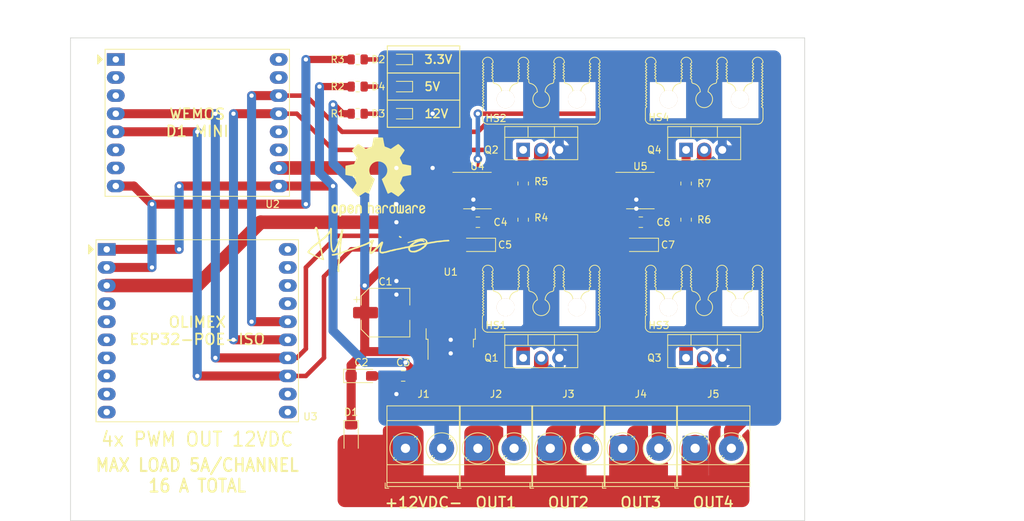
<source format=kicad_pcb>
(kicad_pcb (version 20211014) (generator pcbnew)
  (title_block (title "ESP 6 Relay Module"))
  (layers (0 "F.Cu" signal) (31 "B.Cu" signal) (34 "B.Paste" user) (35 "F.Paste" user) (36 "B.SilkS" user "B.Silkscreen") (37 "F.SilkS" user "F.Silkscreen") (38 "B.Mask" user) (39 "F.Mask" user) (44 "Edge.Cuts" user))
  (net 0 "")
  (net 1 "+12VA")
  (net 2 "GNDREF")
  (net 3 "+5V")
  (net 4 "+12V")
  (net 5 "Net-(D2-Pad2)")
  (net 6 "Net-(D3-Pad2)")
  (net 7 "Net-(D4-Pad2)")
  (net 8 "Net-(J2-Pad2)")
  (net 9 "Net-(J3-Pad2)")
  (net 10 "Net-(J4-Pad2)")
  (net 11 "Net-(J5-Pad2)")
  (net 12 "Net-(Q1-Pad1)")
  (net 13 "Net-(Q2-Pad1)")
  (net 14 "Net-(Q3-Pad1)")
  (net 15 "Net-(Q4-Pad1)")
  (net 16 "+3V3")
  (net 20 "Net-(U2-Pad4)")
  (net 21 "Net-(U2-Pad5)")
  (net 26 "Net-(U2-Pad13)")
  (net 27 "Net-(U2-Pad14)")
  (net 47 "Net-(R4-Pad2)")
  (net 48 "Net-(R5-Pad2)")
  (net 49 "Net-(R6-Pad2)")
  (net 50 "Net-(R7-Pad2)")
  (footprint "Tales:TerminalBlock_Phoenix_MKDS-3-2-5.08_1x02_P5.08mm_Horizontal" (layer "F.Cu") (at 121.92 121.92)
    (fp_text reference "J2" (at 2.54 -7.62) (layer "F.SilkS"))
    (fp_text value "OUT1")
    (pad "1" thru_hole rect (at 0 0) (size 3.5 3.5) (drill 1.3) (layers *.Cu *.Mask) (net 4 "+12V"))
    (pad "2" thru_hole circle (at 5.08 0) (size 3.5 3.5) (drill 1.3) (layers *.Cu *.Mask) (net 8 "Net-(J2-Pad2)"))
  )
  (footprint "Tales:TerminalBlock_Phoenix_MKDS-3-2-5.08_1x02_P5.08mm_Horizontal" (layer "F.Cu") (at 132.08 121.92)
    (fp_text reference "J3" (at 2.54 -7.62) (layer "F.SilkS"))
    (fp_text value "OUT2")
    (pad "1" thru_hole rect (at 0 0) (size 3.5 3.5) (drill 1.3) (layers *.Cu *.Mask) (net 4 "+12V"))
    (pad "2" thru_hole circle (at 5.08 0) (size 3.5 3.5) (drill 1.3) (layers *.Cu *.Mask) (net 9 "Net-(J3-Pad2)"))
  )
  (footprint "Tales:TerminalBlock_Phoenix_MKDS-3-2-5.08_1x02_P5.08mm_Horizontal" (layer "F.Cu") (at 142.235 121.92)
    (fp_text reference "J4" (at 2.54 -7.62) (layer "F.SilkS"))
    (fp_text value "OUT3")
    (pad "1" thru_hole rect (at 0 0) (size 3.5 3.5) (drill 1.3) (layers *.Cu *.Mask) (net 4 "+12V"))
    (pad "2" thru_hole circle (at 5.08 0) (size 3.5 3.5) (drill 1.3) (layers *.Cu *.Mask) (net 10 "Net-(J4-Pad2)"))
  )
  (footprint "Tales:TerminalBlock_Phoenix_MKDS-3-2-5.08_1x02_P5.08mm_Horizontal" (layer "F.Cu") (at 152.4 121.92)
    (fp_text reference "J5" (at 2.54 -7.62) (layer "F.SilkS"))
    (fp_text value "OUT4")
    (pad "1" thru_hole rect (at 0 0) (size 3.5 3.5) (drill 1.3) (layers *.Cu *.Mask) (net 4 "+12V"))
    (pad "2" thru_hole circle (at 5.08 0) (size 3.5 3.5) (drill 1.3) (layers *.Cu *.Mask) (net 11 "Net-(J5-Pad2)"))
  )
  (footprint "Tales:TerminalBlock_Phoenix_MKDS-3-2-5.08_1x02_P5.08mm_Horizontal" (layer "F.Cu") (at 111.76 121.92)
    (fp_text reference "J1" (at 2.54 -7.62) (layer "F.SilkS"))
    (fp_text value "12VDC")
    (pad "1" thru_hole rect (at 0 0) (size 3.5 3.5) (drill 1.3) (layers *.Cu *.Mask) (net 4 "+12V"))
    (pad "2" thru_hole circle (at 5.08 0) (size 3.5 3.5) (drill 1.3) (layers *.Cu *.Mask) (net 2 "GNDREF"))
  )
  (footprint "Tales:Heatsink_16x10x25mm_2xFixationM3" (layer "F.Cu") (at 153.67 72.898)
    (fp_text reference "HS4" (at -6.35 2.54) (layer "F.SilkS"))
    (fp_text value "Heatsink_16x10x25mm_2xFixationM3")
    (pad "" np_thru_hole circle (at 5 0) (size 2.5 2.5) (drill 2.5) (layers *.Cu *.SilkS *.Mask))
    (pad "" np_thru_hole circle (at -5 0.000001) (size 2.5 2.5) (drill 2.5) (layers *.Cu *.SilkS *.Mask))
  )
  (footprint "Tales:Heatsink_16x10x25mm_2xFixationM3" (layer "F.Cu") (at 130.81 102.108)
    (fp_text reference "HS1" (at -6.35 2.54) (layer "F.SilkS"))
    (fp_text value "Heatsink_16x10x25mm_2xFixationM3")
    (pad "" np_thru_hole circle (at -5 0.000001) (size 2.5 2.5) (drill 2.5) (layers *.Cu *.SilkS *.Mask))
    (pad "" np_thru_hole circle (at 5 0) (size 2.5 2.5) (drill 2.5) (layers *.Cu *.SilkS *.Mask))
  )
  (footprint "Tales:Heatsink_16x10x25mm_2xFixationM3" (layer "F.Cu") (at 153.67 102.108)
    (fp_text reference "HS3" (at -6.35 2.54) (layer "F.SilkS"))
    (fp_text value "Heatsink_16x10x25mm_2xFixationM3")
    (pad "" np_thru_hole circle (at 5 0) (size 2.5 2.5) (drill 2.5) (layers *.Cu *.SilkS *.Mask))
    (pad "" np_thru_hole circle (at -5 0.000001) (size 2.5 2.5) (drill 2.5) (layers *.Cu *.SilkS *.Mask))
  )
  (footprint "Tales:Olimex_ESP32-POE_Pads" (layer "F.Cu") (at 69.85 93.98)
    (fp_text reference "U3" (at 28.575 23.495) (layer "F.SilkS"))
    (fp_text value "Olimex_ESP32-POE")
    (pad "1" thru_hole rect locked (at 0 0) (size 2.5 1.75) (drill 0.9) (layers *.Cu *.Mask) (net 3 "+5V"))
    (pad "2" thru_hole oval locked (at 0 2.54) (size 2.5 1.75) (drill 0.9) (layers *.Cu *.Mask) (net 16 "+3V3"))
    (pad "3" thru_hole oval locked (at 0 5.08) (size 2.5 1.75) (drill 0.9) (layers *.Cu *.Mask) (net 2 "GNDREF"))
    (pad "4" thru_hole oval locked (at 0 7.62) (size 2.5 1.75) (drill 0.9) (layers *.Cu *.Mask))
    (pad "5" thru_hole oval locked (at 0 10.16) (size 2.5 1.75) (drill 0.9) (layers *.Cu *.Mask))
    (pad "6" thru_hole oval locked (at 0 12.7) (size 2.5 1.75) (drill 0.9) (layers *.Cu *.Mask))
    (pad "7" thru_hole oval locked (at 0 15.24) (size 2.5 1.75) (drill 0.9) (layers *.Cu *.Mask))
    (pad "8" thru_hole oval locked (at 0 17.78) (size 2.5 1.75) (drill 0.9) (layers *.Cu *.Mask))
    (pad "9" thru_hole oval locked (at 0 20.32) (size 2.5 1.75) (drill 0.9) (layers *.Cu *.Mask))
    (pad "10" thru_hole oval locked (at 0 22.86) (size 2.5 1.75) (drill 0.9) (layers *.Cu *.Mask))
    (pad "11" thru_hole oval locked (at 25.4 22.86) (size 2.5 1.75) (drill 0.9) (layers *.Cu *.Mask))
    (pad "12" thru_hole oval locked (at 25.4 20.32) (size 2.5 1.75) (drill 0.9) (layers *.Cu *.Mask))
    (pad "13" thru_hole oval locked (at 25.4 17.78) (size 2.5 1.75) (drill 0.9) (layers *.Cu *.Mask) (net 21 "Net-(U2-Pad5)"))
    (pad "14" thru_hole oval locked (at 25.4 15.24) (size 2.5 1.75) (drill 0.9) (layers *.Cu *.Mask) (net 20 "Net-(U2-Pad4)"))
    (pad "15" thru_hole oval locked (at 25.4 12.7) (size 2.5 1.75) (drill 0.9) (layers *.Cu *.Mask) (net 26 "Net-(U2-Pad13)"))
    (pad "16" thru_hole oval locked (at 25.4 10.16) (size 2.5 1.75) (drill 0.9) (layers *.Cu *.Mask) (net 27 "Net-(U2-Pad14)"))
    (pad "17" thru_hole oval locked (at 25.4 7.62) (size 2.5 1.75) (drill 0.9) (layers *.Cu *.Mask))
    (pad "18" thru_hole oval locked (at 25.4 5.08) (size 2.5 1.75) (drill 0.9) (layers *.Cu *.Mask))
    (pad "19" thru_hole oval locked (at 25.4 2.54) (size 2.5 1.75) (drill 0.9) (layers *.Cu *.Mask))
    (pad "20" thru_hole oval locked (at 25.4 0) (size 2.5 1.75) (drill 0.9) (layers *.Cu *.Mask))
  )
  (footprint "Tales:WEMOS_D1_mini_light_pads" (layer "F.Cu") (at 71.12 67.31)
    (fp_text reference "U2" (at 22 20.32) (layer "F.SilkS"))
    (fp_text value "WeMos_D1_mini")
    (pad "1" thru_hole rect (at 0 0) (size 2.5 1.75) (drill 0.9) (layers *.Cu *.Mask))
    (pad "2" thru_hole oval (at 0 2.54) (size 2.5 1.75) (drill 0.9) (layers *.Cu *.Mask))
    (pad "3" thru_hole oval (at 0 5.08) (size 2.5 1.75) (drill 0.9) (layers *.Cu *.Mask))
    (pad "4" thru_hole oval (at 0 7.62) (size 2.5 1.75) (drill 0.9) (layers *.Cu *.Mask) (net 20 "Net-(U2-Pad4)"))
    (pad "5" thru_hole oval (at 0 10.16) (size 2.5 1.75) (drill 0.9) (layers *.Cu *.Mask) (net 21 "Net-(U2-Pad5)"))
    (pad "6" thru_hole oval (at 0 12.7) (size 2.5 1.75) (drill 0.9) (layers *.Cu *.Mask))
    (pad "7" thru_hole oval (at 0 15.24) (size 2.5 1.75) (drill 0.9) (layers *.Cu *.Mask))
    (pad "8" thru_hole oval (at 0 17.78) (size 2.5 1.75) (drill 0.9) (layers *.Cu *.Mask) (net 16 "+3V3"))
    (pad "9" thru_hole oval (at 22.86 17.78) (size 2.5 1.75) (drill 0.9) (layers *.Cu *.Mask) (net 3 "+5V"))
    (pad "10" thru_hole oval (at 22.86 15.24) (size 2.5 1.75) (drill 0.9) (layers *.Cu *.Mask) (net 2 "GNDREF"))
    (pad "11" thru_hole oval (at 22.86 12.7) (size 2.5 1.75) (drill 0.9) (layers *.Cu *.Mask))
    (pad "12" thru_hole oval (at 22.86 10.16) (size 2.5 1.75) (drill 0.9) (layers *.Cu *.Mask))
    (pad "13" thru_hole oval (at 22.86 7.62) (size 2.5 1.75) (drill 0.9) (layers *.Cu *.Mask) (net 26 "Net-(U2-Pad13)"))
    (pad "14" thru_hole oval (at 22.86 5.08) (size 2.5 1.75) (drill 0.9) (layers *.Cu *.Mask) (net 27 "Net-(U2-Pad14)"))
    (pad "15" thru_hole oval (at 22.86 2.54) (size 2.5 1.75) (drill 0.9) (layers *.Cu *.Mask))
    (pad "16" thru_hole oval (at 22.86 0) (size 2.5 1.75) (drill 0.9) (layers *.Cu *.Mask))
  )
  (footprint "Tales:CP_Elec_6.3x5.4" (layer "F.Cu") (at 108.96 102.87)
    (fp_text reference "C1" (at 0 -4.35) (layer "F.SilkS"))
    (fp_text value "47uF/35V/6,3x5,4")
    (pad "1" smd roundrect (at -2.8 0) (size 3.5 1.6) (layers "F.Cu" "F.Paste" "F.Mask") (roundrect_rratio 0.15625) (net 1 "+12VA"))
    (pad "2" smd roundrect (at 2.8 0) (size 3.5 1.6) (layers "F.Cu" "F.Paste" "F.Mask") (roundrect_rratio 0.15625) (net 2 "GNDREF"))
  )
  (footprint "Tales:CP_EIA-3216-18_Kemet-A_Pad1.58x1.35mm_HandSolder" (layer "F.Cu") (at 121.92 93.345 180)
    (fp_text reference "C5" (at -3.81 0) (layer "F.SilkS"))
    (fp_text value "1uF 35V")
    (pad "1" smd roundrect locked (at -1.4375 0 180) (size 1.575 1.35) (layers "F.Cu" "F.Paste" "F.Mask") (roundrect_rratio 0.185185) (net 1 "+12VA"))
    (pad "2" smd roundrect locked (at 1.4375 0 180) (size 1.575 1.35) (layers "F.Cu" "F.Paste" "F.Mask") (roundrect_rratio 0.185185) (net 2 "GNDREF"))
  )
  (footprint "Package_TO_SOT_THT:TO-220-3_Vertical" (layer "F.Cu") (at 128.27 109.22)
    (fp_text reference "Q1" (at -4.445 0) (layer "F.SilkS"))
    (fp_text value "IRLB8721PBF")
    (pad "1" thru_hole rect (at 0 0) (size 1.905 2) (drill 1.1) (layers *.Cu *.Mask) (net 12 "Net-(Q1-Pad1)"))
    (pad "2" thru_hole oval (at 2.54 0) (size 1.905 2) (drill 1.1) (layers *.Cu *.Mask) (net 8 "Net-(J2-Pad2)"))
    (pad "3" thru_hole oval (at 5.08 0) (size 1.905 2) (drill 1.1) (layers *.Cu *.Mask) (net 2 "GNDREF"))
  )
  (footprint "Package_TO_SOT_THT:TO-220-3_Vertical" (layer "F.Cu") (at 128.27 80.01)
    (fp_text reference "Q2" (at -4.445 0) (layer "F.SilkS"))
    (fp_text value "IRLB8721PBF")
    (pad "1" thru_hole rect (at 0 0) (size 1.905 2) (drill 1.1) (layers *.Cu *.Mask) (net 13 "Net-(Q2-Pad1)"))
    (pad "2" thru_hole oval (at 2.54 0) (size 1.905 2) (drill 1.1) (layers *.Cu *.Mask) (net 9 "Net-(J3-Pad2)"))
    (pad "3" thru_hole oval (at 5.08 0) (size 1.905 2) (drill 1.1) (layers *.Cu *.Mask) (net 2 "GNDREF"))
  )
  (footprint "Package_TO_SOT_THT:TO-220-3_Vertical" (layer "F.Cu") (at 151.13 109.22)
    (fp_text reference "Q3" (at -4.445 0) (layer "F.SilkS"))
    (fp_text value "IRLB8721PBF")
    (pad "1" thru_hole rect (at 0 0) (size 1.905 2) (drill 1.1) (layers *.Cu *.Mask) (net 14 "Net-(Q3-Pad1)"))
    (pad "2" thru_hole oval (at 2.54 0) (size 1.905 2) (drill 1.1) (layers *.Cu *.Mask) (net 10 "Net-(J4-Pad2)"))
    (pad "3" thru_hole oval (at 5.08 0) (size 1.905 2) (drill 1.1) (layers *.Cu *.Mask) (net 2 "GNDREF"))
  )
  (footprint "Package_TO_SOT_THT:TO-220-3_Vertical" (layer "F.Cu") (at 151.13 80.01)
    (fp_text reference "Q4" (at -4.445 0) (layer "F.SilkS"))
    (fp_text value "IRLB8721PBF")
    (pad "1" thru_hole rect (at 0 0) (size 1.905 2) (drill 1.1) (layers *.Cu *.Mask) (net 15 "Net-(Q4-Pad1)"))
    (pad "2" thru_hole oval (at 2.54 0) (size 1.905 2) (drill 1.1) (layers *.Cu *.Mask) (net 11 "Net-(J5-Pad2)"))
    (pad "3" thru_hole oval (at 5.08 0) (size 1.905 2) (drill 1.1) (layers *.Cu *.Mask) (net 2 "GNDREF"))
  )
  (footprint "Package_SO:SOIC-8_3.9x4.9mm_P1.27mm" (layer "F.Cu") (at 121.855 85.725)
    (fp_text reference "U4" (at 0 -3.4) (layer "F.SilkS"))
    (fp_text value "IR4427")
    (pad "1" smd roundrect (at -2.475 -1.905) (size 1.95 0.6) (layers "F.Cu" "F.Paste" "F.Mask"))
    (pad "2" smd roundrect (at -2.475 -0.635) (size 1.95 0.6) (layers "F.Cu" "F.Paste" "F.Mask") (net 20 "Net-(U2-Pad4)"))
    (pad "3" smd roundrect (at -2.475 0.635) (size 1.95 0.6) (layers "F.Cu" "F.Paste" "F.Mask") (net 2 "GNDREF"))
    (pad "4" smd roundrect (at -2.475 1.905) (size 1.95 0.6) (layers "F.Cu" "F.Paste" "F.Mask") (net 21 "Net-(U2-Pad5)"))
    (pad "5" smd roundrect (at 2.475 1.905) (size 1.95 0.6) (layers "F.Cu" "F.Paste" "F.Mask") (net 47 "Net-(R4-Pad2)"))
    (pad "6" smd roundrect (at 2.475 0.635) (size 1.95 0.6) (layers "F.Cu" "F.Paste" "F.Mask") (net 1 "+12VA"))
    (pad "7" smd roundrect (at 2.475 -0.635) (size 1.95 0.6) (layers "F.Cu" "F.Paste" "F.Mask") (net 48 "Net-(R5-Pad2)"))
    (pad "8" smd roundrect (at 2.475 -1.905) (size 1.95 0.6) (layers "F.Cu" "F.Paste" "F.Mask"))
  )
  (footprint "Package_SO:SOIC-8_3.9x4.9mm_P1.27mm" (layer "F.Cu") (at 144.715 85.725)
    (fp_text reference "U5" (at 0 -3.4) (layer "F.SilkS"))
    (fp_text value "IR4427")
    (pad "1" smd roundrect (at -2.475 -1.905) (size 1.95 0.6) (layers "F.Cu" "F.Paste" "F.Mask"))
    (pad "2" smd roundrect (at -2.475 -0.635) (size 1.95 0.6) (layers "F.Cu" "F.Paste" "F.Mask") (net 27 "Net-(U2-Pad14)"))
    (pad "3" smd roundrect (at -2.475 0.635) (size 1.95 0.6) (layers "F.Cu" "F.Paste" "F.Mask") (net 2 "GNDREF"))
    (pad "4" smd roundrect (at -2.475 1.905) (size 1.95 0.6) (layers "F.Cu" "F.Paste" "F.Mask") (net 26 "Net-(U2-Pad13)"))
    (pad "5" smd roundrect (at 2.475 1.905) (size 1.95 0.6) (layers "F.Cu" "F.Paste" "F.Mask") (net 49 "Net-(R6-Pad2)"))
    (pad "6" smd roundrect (at 2.475 0.635) (size 1.95 0.6) (layers "F.Cu" "F.Paste" "F.Mask") (net 1 "+12VA"))
    (pad "7" smd roundrect (at 2.475 -0.635) (size 1.95 0.6) (layers "F.Cu" "F.Paste" "F.Mask") (net 50 "Net-(R7-Pad2)"))
    (pad "8" smd roundrect (at 2.475 -1.905) (size 1.95 0.6) (layers "F.Cu" "F.Paste" "F.Mask"))
  )
  (footprint "Tales:Heatsink_16x10x25mm_2xFixationM3" (layer "F.Cu") (at 130.81 72.898)
    (fp_text reference "HS2" (at -6.35 2.667) (layer "F.SilkS"))
    (fp_text value "Heatsink_16x10x25mm_2xFixationM3")
    (pad "" np_thru_hole circle (at -5 0.000001) (size 2.5 2.5) (drill 2.5) (layers *.Cu *.SilkS *.Mask))
    (pad "" np_thru_hole circle (at 5 0) (size 2.5 2.5) (drill 2.5) (layers *.Cu *.SilkS *.Mask))
  )
  (footprint "Tales:TO-252-2" (layer "F.Cu") (at 118.11 104.14 90)
    (fp_text reference "U1" (at 6.985 0 180) (layer "F.SilkS"))
    (fp_text value "L78M05")
    (pad "1" smd rect locked (at -4.2 -2.28 90) (size 2.2 1.6) (layers "F.Cu" "F.Paste" "F.Mask") (net 1 "+12VA"))
    (pad "2" smd rect locked (at 2.1 0 90) (size 6.4 5.8) (layers "F.Cu" "F.Mask") (net 2 "GNDREF"))
    (pad "3" smd rect locked (at -4.2 2.28 90) (size 2.2 1.6) (layers "F.Cu" "F.Paste" "F.Mask") (net 3 "+5V"))
  )
  (footprint "Tales:CP_EIA-3216-18_Kemet-A_Pad1.58x1.35mm_HandSolder" (layer "F.Cu") (at 144.78 93.345 180)
    (fp_text reference "C7" (at -3.81 0) (layer "F.SilkS"))
    (fp_text value "1uF 35V")
    (pad "1" smd roundrect locked (at -1.4375 0 180) (size 1.575 1.35) (layers "F.Cu" "F.Paste" "F.Mask") (roundrect_rratio 0.185185) (net 1 "+12VA"))
    (pad "2" smd roundrect locked (at 1.4375 0 180) (size 1.575 1.35) (layers "F.Cu" "F.Paste" "F.Mask") (roundrect_rratio 0.185185) (net 2 "GNDREF"))
  )
  (footprint "Tales:CP_EIA-3216-18_Kemet-A_Pad1.58x1.35mm_HandSolder" (layer "F.Cu") (at 105.5775 111.76)
    (fp_text reference "C2" (at 0 -1.905) (layer "F.SilkS"))
    (fp_text value "0,33uF/35V")
    (pad "1" smd roundrect locked (at -1.4375 0) (size 1.575 1.35) (layers "F.Cu" "F.Paste" "F.Mask") (roundrect_rratio 0.185185) (net 1 "+12VA"))
    (pad "2" smd roundrect locked (at 1.4375 0) (size 1.575 1.35) (layers "F.Cu" "F.Paste" "F.Mask") (roundrect_rratio 0.185185) (net 2 "GNDREF"))
  )
  (footprint "Tales:R_0805_2012Metric" (layer "F.Cu") (at 105.0525 74.93)
    (fp_text reference "R1" (at -2.8175 0) (layer "F.SilkS"))
    (fp_text value "2k2/0,125W/0805")
    (pad "1" smd roundrect locked (at -0.9125 0) (size 1.025 1.4) (layers "F.Cu" "F.Paste" "F.Mask") (roundrect_rratio 0.243902) (net 1 "+12VA"))
    (pad "2" smd roundrect locked (at 0.9125 0) (size 1.025 1.4) (layers "F.Cu" "F.Paste" "F.Mask") (roundrect_rratio 0.243902) (net 6 "Net-(D3-Pad2)"))
  )
  (footprint "Tales:R_0805_2012Metric" (layer "F.Cu") (at 105.0525 71.12)
    (fp_text reference "R2" (at -2.8175 0) (layer "F.SilkS"))
    (fp_text value "680R/0,125W/0805")
    (pad "1" smd roundrect locked (at -0.9125 0) (size 1.025 1.4) (layers "F.Cu" "F.Paste" "F.Mask") (roundrect_rratio 0.243902) (net 3 "+5V"))
    (pad "2" smd roundrect locked (at 0.9125 0) (size 1.025 1.4) (layers "F.Cu" "F.Paste" "F.Mask") (roundrect_rratio 0.243902) (net 7 "Net-(D4-Pad2)"))
  )
  (footprint "Tales:R_0805_2012Metric" (layer "F.Cu") (at 105.0525 67.31)
    (fp_text reference "R3" (at -2.8175 0) (layer "F.SilkS"))
    (fp_text value "270R/0,125W/0805")
    (pad "1" smd roundrect locked (at -0.9125 0) (size 1.025 1.4) (layers "F.Cu" "F.Paste" "F.Mask") (roundrect_rratio 0.243902) (net 16 "+3V3"))
    (pad "2" smd roundrect locked (at 0.9125 0) (size 1.025 1.4) (layers "F.Cu" "F.Paste" "F.Mask") (roundrect_rratio 0.243902) (net 5 "Net-(D2-Pad2)"))
  )
  (footprint "Tales:LED_0603_1608Metric" (layer "F.Cu") (at 111.2775 67.31 180)
    (fp_text reference "D2" (at 3.3275 0) (layer "F.SilkS"))
    (fp_text value "GREEN/0603")
    (pad "1" smd roundrect locked (at -0.7875 0 180) (size 0.875 0.95) (layers "F.Cu" "F.Paste" "F.Mask") (net 2 "GNDREF"))
    (pad "2" smd roundrect locked (at 0.7875 0 180) (size 0.875 0.95) (layers "F.Cu" "F.Paste" "F.Mask") (net 5 "Net-(D2-Pad2)"))
  )
  (footprint "Tales:LED_0603_1608Metric" (layer "F.Cu") (at 111.2775 74.93 180)
    (fp_text reference "D3" (at 3.3275 0) (layer "F.SilkS"))
    (fp_text value "GREEN/0603")
    (pad "1" smd roundrect locked (at -0.7875 0 180) (size 0.875 0.95) (layers "F.Cu" "F.Paste" "F.Mask") (net 2 "GNDREF"))
    (pad "2" smd roundrect locked (at 0.7875 0 180) (size 0.875 0.95) (layers "F.Cu" "F.Paste" "F.Mask") (net 6 "Net-(D3-Pad2)"))
  )
  (footprint "Tales:LED_0603_1608Metric" (layer "F.Cu") (at 111.2775 71.12 180)
    (fp_text reference "D4" (at 3.3275 0) (layer "F.SilkS"))
    (fp_text value "GREEN/0603")
    (pad "1" smd roundrect locked (at -0.7875 0 180) (size 0.875 0.95) (layers "F.Cu" "F.Paste" "F.Mask") (net 2 "GNDREF"))
    (pad "2" smd roundrect locked (at 0.7875 0 180) (size 0.875 0.95) (layers "F.Cu" "F.Paste" "F.Mask") (net 7 "Net-(D4-Pad2)"))
  )
  (footprint "Tales:D_SOD-123" (layer "F.Cu") (at 104.14 120.27 -90)
    (fp_text reference "D1" (at -3.43 0 180) (layer "F.SilkS"))
    (fp_text value "SM4007PL/SOD-123")
    (pad "1" smd roundrect locked (at -1.65 0 270) (size 1.3 1.75) (layers "F.Cu" "F.Paste" "F.Mask") (net 1 "+12VA"))
    (pad "2" smd roundrect locked (at 1.65 0 270) (size 1.3 1.75) (layers "F.Cu" "F.Paste" "F.Mask") (net 4 "+12V"))
  )
  (footprint "Tales:R_0805_2012Metric" (layer "F.Cu") (at 128.27 89.8125 90)
    (fp_text reference "R4" (at 0.2775 2.54 180) (layer "F.SilkS"))
    (fp_text value "22R/0,125W/0805")
    (pad "1" smd roundrect locked (at -0.9125 0 90) (size 1.025 1.4) (layers "F.Cu" "F.Paste" "F.Mask") (roundrect_rratio 0.243902) (net 12 "Net-(Q1-Pad1)"))
    (pad "2" smd roundrect locked (at 0.9125 0 90) (size 1.025 1.4) (layers "F.Cu" "F.Paste" "F.Mask") (roundrect_rratio 0.243902) (net 47 "Net-(R4-Pad2)"))
  )
  (footprint "Tales:R_0805_2012Metric" (layer "F.Cu") (at 151.13 89.8125 90)
    (fp_text reference "R6" (at 0 2.54 180) (layer "F.SilkS"))
    (fp_text value "22R/0,125W/0805")
    (pad "1" smd roundrect locked (at -0.9125 0 90) (size 1.025 1.4) (layers "F.Cu" "F.Paste" "F.Mask") (roundrect_rratio 0.243902) (net 14 "Net-(Q3-Pad1)"))
    (pad "2" smd roundrect locked (at 0.9125 0 90) (size 1.025 1.4) (layers "F.Cu" "F.Paste" "F.Mask") (roundrect_rratio 0.243902) (net 49 "Net-(R6-Pad2)"))
  )
  (footprint "Tales:R_0805_2012Metric" (layer "F.Cu") (at 128.27 84.7325 -90)
    (fp_text reference "R5" (at -0.2775 -2.54 180) (layer "F.SilkS"))
    (fp_text value "22R/0,125W/0805")
    (pad "1" smd roundrect locked (at -0.9125 0 270) (size 1.025 1.4) (layers "F.Cu" "F.Paste" "F.Mask") (roundrect_rratio 0.243902) (net 13 "Net-(Q2-Pad1)"))
    (pad "2" smd roundrect locked (at 0.9125 0 270) (size 1.025 1.4) (layers "F.Cu" "F.Paste" "F.Mask") (roundrect_rratio 0.243902) (net 48 "Net-(R5-Pad2)"))
  )
  (footprint "Tales:R_0805_2012Metric" (layer "F.Cu") (at 151.13 84.7325 -90)
    (fp_text reference "R7" (at 0 -2.54 180) (layer "F.SilkS"))
    (fp_text value "22R/0,125W/0805")
    (pad "1" smd roundrect locked (at -0.9125 0 270) (size 1.025 1.4) (layers "F.Cu" "F.Paste" "F.Mask") (roundrect_rratio 0.243902) (net 15 "Net-(Q4-Pad1)"))
    (pad "2" smd roundrect locked (at 0.9125 0 270) (size 1.025 1.4) (layers "F.Cu" "F.Paste" "F.Mask") (roundrect_rratio 0.243902) (net 50 "Net-(R7-Pad2)"))
  )
  (footprint "Tales:C_0805_2012Metric" (layer "F.Cu") (at 121.92 90.17 180)
    (fp_text reference "C4" (at -3.175 0) (layer "F.SilkS"))
    (fp_text value "0,1uF/50V/0805")
    (pad "1" smd roundrect locked (at -0.95 0 180) (size 1 1.45) (layers "F.Cu" "F.Paste" "F.Mask") (net 1 "+12VA"))
    (pad "2" smd roundrect locked (at 0.95 0 180) (size 1 1.45) (layers "F.Cu" "F.Paste" "F.Mask") (net 2 "GNDREF"))
  )
  (footprint "Tales:C_0805_2012Metric" (layer "F.Cu") (at 144.78 90.17 180)
    (fp_text reference "C6" (at -3.175 0) (layer "F.SilkS"))
    (fp_text value "0,1uF/50V/0805")
    (pad "1" smd roundrect locked (at -0.95 0 180) (size 1 1.45) (layers "F.Cu" "F.Paste" "F.Mask") (net 1 "+12VA"))
    (pad "2" smd roundrect locked (at 0.95 0 180) (size 1 1.45) (layers "F.Cu" "F.Paste" "F.Mask") (net 2 "GNDREF"))
  )
  (footprint "Tales:C_0805_2012Metric" (layer "F.Cu") (at 111.44 111.76 180)
    (fp_text reference "C3" (at 0 1.905) (layer "F.SilkS"))
    (fp_text value "0,1uF/50V/0805")
    (pad "1" smd roundrect locked (at -0.95 0 180) (size 1 1.45) (layers "F.Cu" "F.Paste" "F.Mask") (net 3 "+5V"))
    (pad "2" smd roundrect locked (at 0.95 0 180) (size 1 1.45) (layers "F.Cu" "F.Paste" "F.Mask") (net 2 "GNDREF"))
  )
  (footprint "Symbol:OSHW-Logo2_14.6x12mm_SilkScreen" (layer "F.Cu") (at 107.95 83.82)
    (fp_text reference "REF**" hide)
    (fp_text value "OSHW-Logo2_14.6x12mm_SilkScreen" hide)
  )
  (footprint "Tales:TMaschio_20x6.4mm" (layer "F.Cu") (at 107.95 93.98)
    (fp_text reference "" hide)
    (fp_text value "" hide)
  )
  (gr_line (start 109.22 69.215) (end 119.38 69.215) (layer "F.SilkS") (width 0.15))
  (gr_line (start 119.38 76.835) (end 119.38 65.405) (layer "F.SilkS") (width 0.15))
  (gr_line (start 109.22 76.835) (end 119.38 76.835) (layer "F.SilkS") (width 0.15))
  (gr_line (start 119.38 65.405) (end 109.22 65.405) (layer "F.SilkS") (width 0.15))
  (gr_line (start 109.22 73.025) (end 119.38 73.025) (layer "F.SilkS") (width 0.15))
  (gr_line (start 109.22 65.405) (end 109.22 76.835) (layer "F.SilkS") (width 0.15))
  (gr_line (start 64.77 132.08) (end 167.77 132.08) (layer "Edge.Cuts") (width 0.1))
  (gr_line (start 167.77 64.28) (end 64.77 64.28) (layer "Edge.Cuts") (width 0.1))
  (gr_line (start 167.77 132.08) (end 167.77 64.28) (layer "Edge.Cuts") (width 0.1))
  (gr_line (start 64.77 64.28) (end 64.77 132.08) (layer "Edge.Cuts") (width 0.1))
  (gr_text "OUT2" (at 134.62 129.54) (layer "F.SilkS") (effects (font (size 1.5 1.5) (thickness 0.25))))
  (gr_text "OUT1" (at 124.46 129.54) (layer "F.SilkS") (effects (font (size 1.5 1.5) (thickness 0.25))))
  (gr_text "OUT3" (at 144.78 129.54) (layer "F.SilkS") (effects (font (size 1.5 1.5) (thickness 0.25))))
  (gr_text "OUT4" (at 154.94 129.54) (layer "F.SilkS") (effects (font (size 1.5 1.5) (thickness 0.25))))
  (gr_text "+12VDC-" (at 114.3 129.54) (layer "F.SilkS") (effects (font (size 1.5 1.5) (thickness 0.25))))
  (gr_text "4x PWM OUT 12VDC" (at 82.55 120.65) (layer "F.SilkS") (effects (font (size 2 1.8) (thickness 0.25))))
  (gr_text "12V" (at 114.3 74.93) (layer "F.SilkS") (effects (font (size 1.2 1.2) (thickness 0.2)) (justify left)))
  (gr_text "5V" (at 114.3 71.12) (layer "F.SilkS") (effects (font (size 1.2 1.2) (thickness 0.2)) (justify left)))
  (gr_text "3.3V" (at 114.3 67.31) (layer "F.SilkS") (effects (font (size 1.2 1.2) (thickness 0.2)) (justify left)))
  (gr_text "WEMOS\nD1 MINI" (at 82.55 76.2) (layer "F.SilkS") (effects (font (size 1.5 1.5) (thickness 0.25))))
  (gr_text "OLIMEX\nESP32-POE-ISO" (at 82.55 105.41) (layer "F.SilkS") (effects (font (size 1.5 1.5) (thickness 0.25))))
  (gr_text "MAX LOAD 5A/CHANNEL\n16 A TOTAL" (at 82.55 125.73) (layer "F.SilkS") (effects (font (size 1.8 1.6) (thickness 0.3))))
  (segment (start 106.045 99.06) (end 106.045 102.755) (width 1.27) (layer "F.Cu") (net 1))
  (segment (start 121.92 74.93) (end 140.97 74.93) (width 0.635) (layer "F.Cu") (net 1))
  (segment (start 145.73 90.17) (end 145.73 91.755) (width 0.635) (layer "F.Cu") (net 1))
  (segment (start 121.92 85.725) (end 121.92 81.28) (width 0.635) (layer "F.Cu") (net 1))
  (segment (start 122.87 90.17) (end 122.87 88.58) (width 0.635) (layer "F.Cu") (net 1))
  (segment (start 122.87 88.58) (end 122.555 88.265) (width 0.635) (layer "F.Cu") (net 1))
  (segment (start 144.78 82.55) (end 144.78 85.725) (width 0.635) (layer "F.Cu") (net 1))
  (segment (start 140.97 74.93) (end 142.24 76.2) (width 0.635) (layer "F.Cu") (net 1))
  (segment (start 142.24 80.01) (end 144.78 82.55) (width 0.635) (layer "F.Cu") (net 1))
  (segment (start 104.14 110.245) (end 106.045 108.34) (width 1.27) (layer "F.Cu") (net 1))
  (segment (start 106.045 108.34) (end 115.83 108.34) (width 1.27) (layer "F.Cu") (net 1))
  (segment (start 145.73 91.755) (end 146.2175 92.2425) (width 0.635) (layer "F.Cu") (net 1))
  (segment (start 106.045 108.34) (end 106.045 102.985) (width 1.27) (layer "F.Cu") (net 1))
  (segment (start 121.92 85.725) (end 122.555 86.36) (width 0.635) (layer "F.Cu") (net 1))
  (segment (start 104.14 111.76) (end 104.14 118.62) (width 1.27) (layer "F.Cu") (net 1))
  (segment (start 145.415 88.265) (end 145.415 86.36) (width 0.635) (layer "F.Cu") (net 1))
  (segment (start 106.045 102.985) (end 106.16 102.87) (width 1.27) (layer "F.Cu") (net 1))
  (segment (start 122.555 88.265) (end 122.555 86.36) (width 0.635) (layer "F.Cu") (net 1))
  (segment (start 123.3575 92.2425) (end 123.3575 93.345) (width 0.635) (layer "F.Cu") (net 1))
  (segment (start 101.6 73.66) (end 102.87 74.93) (width 1.016) (layer "F.Cu") (net 1))
  (segment (start 102.87 74.93) (end 104.14 74.93) (width 1.016) (layer "F.Cu") (net 1))
  (segment (start 106.045 102.755) (end 106.16 102.87) (width 1.27) (layer "F.Cu") (net 1))
  (segment (start 123.3575 94.4475) (end 123.3575 93.345) (width 1.27) (layer "F.Cu") (net 1))
  (segment (start 106.045 99.06) (end 109.22 95.885) (width 1.27) (layer "F.Cu") (net 1))
  (segment (start 146.2175 92.2425) (end 146.2175 93.345) (width 0.635) (layer "F.Cu") (net 1))
  (segment (start 104.14 111.76) (end 104.14 110.245) (width 1.27) (layer "F.Cu") (net 1))
  (segment (start 122.87 91.755) (end 123.3575 92.2425) (width 0.635) (layer "F.Cu") (net 1))
  (segment (start 142.24 76.2) (end 142.24 80.01) (width 0.635) (layer "F.Cu") (net 1))
  (segment (start 121.92 95.885) (end 123.3575 94.4475) (width 1.27) (layer "F.Cu") (net 1))
  (segment (start 145.415 86.36) (end 147.255 86.36) (width 0.635) (layer "F.Cu") (net 1))
  (segment (start 144.78 85.725) (end 145.415 86.36) (width 0.635) (layer "F.Cu") (net 1))
  (segment (start 122.87 90.17) (end 122.87 91.755) (width 0.635) (layer "F.Cu") (net 1))
  (segment (start 145.73 88.58) (end 145.415 88.265) (width 0.635) (layer "F.Cu") (net 1))
  (segment (start 145.73 90.17) (end 145.73 88.58) (width 0.635) (layer "F.Cu") (net 1))
  (segment (start 122.555 86.36) (end 124.33 86.36) (width 0.635) (layer "F.Cu") (net 1))
  (segment (start 109.22 95.885) (end 121.92 95.885) (width 1.27) (layer "F.Cu") (net 1))
  (via (at 121.92 74.93) (size 1.2) (drill 0.6) (layers "F.Cu" "B.Cu") (net 1))
  (via (at 121.92 81.28) (size 1.2) (drill 0.6) (layers "F.Cu" "B.Cu") (net 1))
  (via (at 101.6 73.66) (size 1.2) (drill 0.6) (layers "F.Cu" "B.Cu") (net 1))
  (via (at 106.045 99.06) (size 1.2) (drill 0.6) (layers "F.Cu" "B.Cu") (net 1))
  (segment (start 106.045 99.06) (end 106.045 86.36) (width 1.27) (layer "B.Cu") (net 1))
  (segment (start 121.92 74.93) (end 121.92 81.28) (width 0.635) (layer "B.Cu") (net 1))
  (segment (start 106.045 86.36) (end 101.6 81.915) (width 1.27) (layer "B.Cu") (net 1))
  (segment (start 101.6 81.915) (end 101.6 73.66) (width 1.27) (layer "B.Cu") (net 1))
  (segment (start 110.49 90.17) (end 91.44 90.17) (width 1.905) (layer "F.Cu") (net 2))
  (segment (start 144.145 88.265) (end 144.145 86.995) (width 1.27) (layer "F.Cu") (net 2))
  (segment (start 121.285 88.265) (end 121.285 86.995) (width 1.27) (layer "F.Cu") (net 2))
  (segment (start 121.285 86.995) (end 120.65 86.36) (width 0.635) (layer "F.Cu") (net 2))
  (segment (start 120.65 86.36) (end 119.38 86.36) (width 0.635) (layer "F.Cu") (net 2))
  (segment (start 91.44 90.17) (end 82.55 99.06) (width 1.905) (layer "F.Cu") (net 2))
  (segment (start 117.28 102.87) (end 118.11 102.04) (width 2.032) (layer "F.Cu") (net 2))
  (segment (start 110.49 114.3) (end 110.49 111.76) (width 1.016) (layer "F.Cu") (net 2))
  (segment (start 120.97 90.17) (end 120.97 91.755) (width 0.635) (layer "F.Cu") (net 2))
  (segment (start 143.83 91.755) (end 143.3425 92.2425) (width 0.635) (layer "F.Cu") (net 2))
  (segment (start 143.83 90.17) (end 143.83 91.755) (width 0.635) (layer "F.Cu") (net 2))
  (segment (start 144.145 86.995) (end 143.51 86.36) (width 0.635) (layer "F.Cu") (net 2))
  (segment (start 120.4825 92.2425) (end 120.4825 93.345) (width 0.635) (layer "F.Cu") (net 2))
  (segment (start 111.39 102.5) (end 110.49 101.6) (width 1.905) (layer "F.Cu") (net 2))
  (segment (start 112.065 71.12) (end 112.065 67.31) (width 0.635) (layer "F.Cu") (net 2))
  (segment (start 121.285 88.265) (end 121.285 89.855) (width 0.635) (layer "F.Cu") (net 2))
  (segment (start 110.49 90.17) (end 110.49 87.63) (width 1.905) (layer "F.Cu") (net 2))
  (segment (start 110.49 111.76) (end 107.015 111.76) (width 1.016) (layer "F.Cu") (net 2))
  (segment (start 118.11 108.585) (end 118.11 102.04) (width 2.032) (layer "F.Cu") (net 2))
  (segment (start 111.39 102.87) (end 111.39 102.5) (width 1.905) (layer "F.Cu") (net 2))
  (segment (start 121.285 89.855) (end 120.97 90.17) (width 0.635) (layer "F.Cu") (net 2))
  (segment (start 111.39 102.87) (end 117.28 102.87) (width 2.032) (layer "F.Cu") (net 2))
  (segment (start 143.51 86.36) (end 142.305 86.36) (width 0.635) (layer "F.Cu") (net 2))
  (segment (start 110.49 82.55) (end 115.57 82.55) (width 1.905) (layer "F.Cu") (net 2))
  (segment (start 112.065 74.93) (end 112.065 71.12) (width 0.635) (layer "F.Cu") (net 2))
  (segment (start 115.57 74.93) (end 112.065 74.93) (width 0.635) (layer "F.Cu") (net 2))
  (segment (start 82.55 99.06) (end 69.85 99.06) (width 1.905) (layer "F.Cu") (net 2))
  (segment (start 144.145 89.855) (end 143.83 90.17) (width 0.635) (layer "F.Cu") (net 2))
  (segment (start 143.3425 92.2425) (end 143.3425 93.345) (width 0.635) (layer "F.Cu") (net 2))
  (segment (start 144.145 88.265) (end 144.145 89.855) (width 0.635) (layer "F.Cu") (net 2))
  (segment (start 93.98 82.55) (end 110.49 82.55) (width 1.905) (layer "F.Cu") (net 2))
  (segment (start 110.49 101.6) (end 110.49 98.425) (width 1.905) (layer "F.Cu") (net 2))
  (segment (start 120.97 91.755) (end 120.4825 92.2425) (width 0.635) (layer "F.Cu") (net 2))
  (via (at 144.145 86.995) (size 1.2) (drill 0.6) (layers "F.Cu" "B.Cu") (net 2))
  (via (at 118.11 108.585) (size 1.2) (drill 0.6) (layers "F.Cu" "B.Cu") (net 2))
  (via (at 110.49 87.63) (size 1.2) (drill 0.6) (layers "F.Cu" "B.Cu") (net 2))
  (via (at 121.285 86.995) (size 1.2) (drill 0.6) (layers "F.Cu" "B.Cu") (net 2))
  (via (at 110.49 98.425) (size 1.2) (drill 0.6) (layers "F.Cu" "B.Cu") (net 2))
  (via (at 110.49 82.55) (size 1.2) (drill 0.6) (layers "F.Cu" "B.Cu") (net 2))
  (via (at 110.49 90.17) (size 1.2) (drill 0.6) (layers "F.Cu" "B.Cu") (net 2))
  (via (at 110.49 100.33) (size 1.2) (drill 0.6) (layers "F.Cu" "B.Cu") (net 2))
  (via (at 115.57 74.93) (size 1.2) (drill 0.6) (layers "F.Cu" "B.Cu") (net 2))
  (via (at 121.285 88.265) (size 1.2) (drill 0.6) (layers "F.Cu" "B.Cu") (net 2))
  (via (at 110.49 114.3) (size 1.2) (drill 0.6) (layers "F.Cu" "B.Cu") (net 2))
  (via (at 144.145 88.265) (size 1.2) (drill 0.6) (layers "F.Cu" "B.Cu") (net 2))
  (via (at 115.57 82.55) (size 1.2) (drill 0.6) (layers "F.Cu" "B.Cu") (net 2))
  (via (at 118.11 106.68) (size 1.2) (drill 0.6) (layers "F.Cu" "B.Cu") (net 2))
  (segment (start 118.11 108.585) (end 118.11 106.68) (width 2.032) (layer "B.Cu") (net 2))
  (segment (start 151.13 88.9) (end 151.13 93.98) (width 1.27) (layer "B.Cu") (net 2))
  (segment (start 121.92 88.265) (end 122.555 87.63) (width 1.27) (layer "B.Cu") (net 2))
  (segment (start 134.62 81.28) (end 134.62 88.9) (width 2.032) (layer "B.Cu") (net 2))
  (segment (start 151.13 105.41) (end 151.13 106.68) (width 1.27) (layer "B.Cu") (net 2))
  (segment (start 116.84 116.84) (end 116.84 114.3) (width 2.032) (layer "B.Cu") (net 2))
  (segment (start 118.11 113.03) (end 118.11 108.585) (width 2.032) (layer "B.Cu") (net 2))
  (segment (start 116.84 114.3) (end 110.49 114.3) (width 1.27) (layer "B.Cu") (net 2))
  (segment (start 144.78 88.265) (end 145.415 87.63) (width 1.27) (layer "B.Cu") (net 2))
  (segment (start 121.285 86.995) (end 121.285 85.725) (width 1.27) (layer "B.Cu") (net 2))
  (segment (start 130.81 102.87) (end 128.27 105.41) (width 1.27) (layer "B.Cu") (net 2))
  (segment (start 144.78 85.09) (end 151.13 85.09) (width 1.27) (layer "B.Cu") (net 2))
  (segment (start 162.56 109.22) (end 162.56 86.36) (width 2.032) (layer "B.Cu") (net 2))
  (segment (start 130.81 96.8375) (end 130.81 102.87) (width 1.27) (layer "B.Cu") (net 2))
  (segment (start 125.73 88.9) (end 128.27 88.9) (width 1.27) (layer "B.Cu") (net 2))
  (segment (start 128.27 88.9) (end 128.27 94.2975) (width 1.27) (layer "B.Cu") (net 2))
  (segment (start 144.145 88.265) (end 144.78 88.265) (width 1.27) (layer "B.Cu") (net 2))
  (segment (start 121.285 85.725) (end 121.92 85.09) (width 1.27) (layer "B.Cu") (net 2))
  (segment (start 151.13 93.98) (end 153.67 96.52) (width 1.27) (layer "B.Cu") (net 2))
  (segment (start 160.02 116.84) (end 162.56 114.3) (width 2.032) (layer "B.Cu") (net 2))
  (segment (start 151.13 85.09) (end 151.13 82.55) (width 1.27) (layer "B.Cu") (net 2))
  (segment (start 133.35 80.01) (end 134.62 81.28) (width 2.032) (layer "B.Cu") (net 2))
  (segment (start 143.51 97.79) (end 143.51 116.84) (width 2.032) (layer "B.Cu") (net 2))
  (segment (start 112.395 88.265) (end 110.49 90.17) (width 1.016) (layer "B.Cu") (net 2))
  (segment (start 128.27 105.41) (end 128.27 106.68) (width 1.27) (layer "B.Cu") (net 2))
  (segment (start 144.145 85.725) (end 144.78 85.09) (width 1.27) (layer "B.Cu") (net 2))
  (segment (start 121.92 85.09) (end 128.27 85.09) (width 1.27) (layer "B.Cu") (net 2))
  (segment (start 116.84 116.84) (end 160.02 116.84) (width 2.032) (layer "B.Cu") (net 2))
  (segment (start 128.27 85.09) (end 128.27 82.55) (width 1.27) (layer "B.Cu") (net 2))
  (segment (start 121.285 88.265) (end 121.92 88.265) (width 1.27) (layer "B.Cu") (net 2))
  (segment (start 135.89 110.49) (end 134.62 109.22) (width 2.032) (layer "B.Cu") (net 2))
  (segment (start 144.145 88.265) (end 139.065 93.345) (width 1.27) (layer "B.Cu") (net 2))
  (segment (start 122.555 87.63) (end 124.46 87.63) (width 1.27) (layer "B.Cu") (net 2))
  (segment (start 144.145 86.995) (end 144.145 85.725) (width 1.27) (layer "B.Cu") (net 2))
  (segment (start 162.56 109.22) (end 156.21 109.22) (width 2.032) (layer "B.Cu") (net 2))
  (segment (start 162.56 114.3) (end 162.56 109.22) (width 2.032) (layer "B.Cu") (net 2))
  (segment (start 134.62 109.22) (end 133.35 109.22) (width 2.032) (layer "B.Cu") (net 2))
  (segment (start 128.27 94.2975) (end 130.81 96.8375) (width 1.27) (layer "B.Cu") (net 2))
  (segment (start 147.32 87.63) (end 148.59 88.9) (width 1.27) (layer "B.Cu") (net 2))
  (segment (start 148.59 88.9) (end 151.13 88.9) (width 1.27) (layer "B.Cu") (net 2))
  (segment (start 145.415 87.63) (end 147.32 87.63) (width 1.27) (layer "B.Cu") (net 2))
  (segment (start 134.62 88.9) (end 143.51 97.79) (width 2.032) (layer "B.Cu") (net 2))
  (segment (start 153.67 102.87) (end 151.13 105.41) (width 1.27) (layer "B.Cu") (net 2))
  (segment (start 153.67 96.52) (end 153.67 102.87) (width 1.27) (layer "B.Cu") (net 2))
  (segment (start 115.57 74.93) (end 115.57 82.55) (width 1.27) (layer "B.Cu") (net 2))
  (segment (start 135.89 116.84) (end 135.89 110.49) (width 2.032) (layer "B.Cu") (net 2))
  (segment (start 121.285 88.265) (end 112.395 88.265) (width 1.016) (layer "B.Cu") (net 2))
  (segment (start 162.56 86.36) (end 156.21 80.01) (width 2.032) (layer "B.Cu") (net 2))
  (segment (start 116.84 114.3) (end 118.11 113.03) (width 2.032) (layer "B.Cu") (net 2))
  (segment (start 124.46 87.63) (end 125.73 88.9) (width 1.27) (layer "B.Cu") (net 2))
  (segment (start 110.49 82.55) (end 110.49 100.33) (width 1.905) (layer "B.Cu") (net 2))
  (segment (start 116.84 121.92) (end 116.84 116.84) (width 2.032) (layer "B.Cu") (net 2))
  (segment (start 119.38 111.76) (end 120.39 110.75) (width 1.016) (layer "F.Cu") (net 3))
  (segment (start 69.85 93.98) (end 80.01 93.98) (width 1.27) (layer "F.Cu") (net 3))
  (segment (start 93.98 85.09) (end 101.6 85.09) (width 1.27) (layer "F.Cu") (net 3))
  (segment (start 112.39 111.76) (end 112.39 110.485) (width 1.016) (layer "F.Cu") (net 3))
  (segment (start 80.01 85.09) (end 93.98 85.09) (width 1.27) (layer "F.Cu") (net 3))
  (segment (start 120.39 110.75) (end 120.39 108.34) (width 1.016) (layer "F.Cu") (net 3))
  (segment (start 99.695 71.12) (end 104.14 71.12) (width 1.016) (layer "F.Cu") (net 3))
  (segment (start 112.39 111.76) (end 119.38 111.76) (width 1.016) (layer "F.Cu") (net 3))
  (segment (start 112.39 110.485) (end 111.76 109.855) (width 1.016) (layer "F.Cu") (net 3))
  (via (at 80.01 85.09) (size 1.2) (drill 0.6) (layers "F.Cu" "B.Cu") (net 3))
  (via (at 101.6 85.09) (size 1.2) (drill 0.6) (layers "F.Cu" "B.Cu") (net 3))
  (via (at 80.01 93.98) (size 1.2) (drill 0.6) (layers "F.Cu" "B.Cu") (net 3))
  (via (at 111.76 109.855) (size 1.2) (drill 0.6) (layers "F.Cu" "B.Cu") (net 3))
  (via (at 99.695 71.12) (size 1.2) (drill 0.6) (layers "F.Cu" "B.Cu") (net 3))
  (segment (start 99.695 83.185) (end 101.6 85.09) (width 1.27) (layer "B.Cu") (net 3))
  (segment (start 101.6 105.41) (end 106.045 109.855) (width 1.27) (layer "B.Cu") (net 3))
  (segment (start 106.045 109.855) (end 111.76 109.855) (width 1.27) (layer "B.Cu") (net 3))
  (segment (start 101.6 85.09) (end 101.6 105.41) (width 1.27) (layer "B.Cu") (net 3))
  (segment (start 80.01 93.98) (end 80.01 85.09) (width 1.27) (layer "B.Cu") (net 3))
  (segment (start 99.695 71.12) (end 99.695 83.185) (width 1.27) (layer "B.Cu") (net 3))
  (segment (start 142.24 121.92) (end 142.24 128.27) (width 3.81) (layer "F.Cu") (net 4))
  (segment (start 111.76 121.92) (end 111.76 128.27) (width 3.81) (layer "F.Cu") (net 4))
  (segment (start 132.08 121.92) (end 132.08 128.27) (width 3.81) (layer "F.Cu") (net 4))
  (segment (start 111.76 121.92) (end 104.14 121.92) (width 1.016) (layer "F.Cu") (net 4))
  (segment (start 152.4 128.27) (end 152.4 121.92) (width 3.81) (layer "F.Cu") (net 4))
  (segment (start 121.92 121.92) (end 121.92 128.27) (width 3.81) (layer "F.Cu") (net 4))
  (segment (start 111.76 128.27) (end 152.4 128.27) (width 3.81) (layer "F.Cu") (net 4))
  (segment (start 105.965 67.31) (end 110.49 67.31) (width 0.635) (layer "F.Cu") (net 5))
  (segment (start 105.965 74.93) (end 110.49 74.93) (width 0.635) (layer "F.Cu") (net 6))
  (segment (start 105.965 71.12) (end 110.49 71.12) (width 0.635) (layer "F.Cu") (net 7))
  (segment (start 130.81 113.03) (end 127 116.84) (width 2.032) (layer "F.Cu") (net 8))
  (segment (start 127 116.84) (end 127 121.92) (width 2.032) (layer "F.Cu") (net 8))
  (segment (start 130.81 109.22) (end 130.81 113.03) (width 2.032) (layer "F.Cu") (net 8))
  (segment (start 130.81 80.01) (end 130.81 90.17) (width 2.032) (layer "F.Cu") (net 9))
  (segment (start 139.7 116.84) (end 137.16 119.38) (width 2.032) (layer "F.Cu") (net 9))
  (segment (start 130.81 90.17) (end 139.7 99.06) (width 2.032) (layer "F.Cu") (net 9))
  (segment (start 137.16 119.38) (end 137.16 121.92) (width 2.032) (layer "F.Cu") (net 9))
  (segment (start 139.7 99.06) (end 139.7 116.84) (width 2.032) (layer "F.Cu") (net 9))
  (segment (start 153.67 109.22) (end 153.67 111.76) (width 2.032) (layer "F.Cu") (net 10))
  (segment (start 147.32 116.84) (end 147.32 121.92) (width 2.032) (layer "F.Cu") (net 10))
  (segment (start 153.67 111.76) (end 151.13 114.3) (width 2.032) (layer "F.Cu") (net 10))
  (segment (start 147.32 116.84) (end 149.86 114.3) (width 2.032) (layer "F.Cu") (net 10))
  (segment (start 149.86 114.3) (end 151.13 114.3) (width 2.032) (layer "F.Cu") (net 10))
  (segment (start 157.48 119.38) (end 157.48 121.92) (width 2.032) (layer "F.Cu") (net 11))
  (segment (start 162.56 91.44) (end 162.56 114.3) (width 2.032) (layer "F.Cu") (net 11))
  (segment (start 153.67 82.55) (end 162.56 91.44) (width 2.032) (layer "F.Cu") (net 11))
  (segment (start 153.67 80.01) (end 153.67 82.55) (width 2.032) (layer "F.Cu") (net 11))
  (segment (start 162.56 114.3) (end 157.48 119.38) (width 2.032) (layer "F.Cu") (net 11))
  (segment (start 128.27 106.68) (end 128.27 105.41) (width 1.016) (layer "F.Cu") (net 12))
  (segment (start 128.27 109.22) (end 128.27 106.68) (width 1.905) (layer "F.Cu") (net 12))
  (segment (start 130.81 102.87) (end 130.81 96.65875) (width 1.016) (layer "F.Cu") (net 12))
  (segment (start 128.27 94.11875) (end 128.27 90.725) (width 1.016) (layer "F.Cu") (net 12))
  (segment (start 128.27 105.41) (end 130.81 102.87) (width 1.016) (layer "F.Cu") (net 12))
  (segment (start 130.81 96.65875) (end 128.27 94.11875) (width 1.016) (layer "F.Cu") (net 12))
  (segment (start 128.27 81.915) (end 128.27 83.82) (width 1.016) (layer "F.Cu") (net 13))
  (segment (start 128.27 80.01) (end 128.27 81.915) (width 1.524) (layer "F.Cu") (net 13))
  (segment (start 151.13 93.98) (end 153.67 96.52) (width 1.016) (layer "F.Cu") (net 14))
  (segment (start 153.67 102.87) (end 151.13 105.41) (width 1.016) (layer "F.Cu") (net 14))
  (segment (start 151.13 105.41) (end 151.13 106.68) (width 1.016) (layer "F.Cu") (net 14))
  (segment (start 151.13 90.725) (end 151.13 93.98) (width 1.016) (layer "F.Cu") (net 14))
  (segment (start 151.13 106.68) (end 151.13 109.22) (width 1.905) (layer "F.Cu") (net 14))
  (segment (start 153.67 96.52) (end 153.67 102.87) (width 1.016) (layer "F.Cu") (net 14))
  (segment (start 151.13 83.81) (end 151.13 80.01) (width 1.27) (layer "F.Cu") (net 15))
  (segment (start 69.85 96.52) (end 76.2 96.52) (width 1.27) (layer "F.Cu") (net 16))
  (segment (start 71.12 85.09) (end 73.66 85.09) (width 1.27) (layer "F.Cu") (net 16))
  (segment (start 73.66 85.09) (end 76.2 87.63) (width 1.27) (layer "F.Cu") (net 16))
  (segment (start 97.79 67.31) (end 104.14 67.31) (width 1.016) (layer "F.Cu") (net 16))
  (segment (start 76.2 87.63) (end 97.79 87.63) (width 1.27) (layer "F.Cu") (net 16))
  (via (at 97.79 87.63) (size 1.2) (drill 0.6) (layers "F.Cu" "B.Cu") (net 16))
  (via (at 97.79 67.31) (size 1.2) (drill 0.6) (layers "F.Cu" "B.Cu") (net 16))
  (via (at 76.2 87.63) (size 1.2) (drill 0.6) (layers "F.Cu" "B.Cu") (net 16))
  (via (at 76.2 96.52) (size 1.2) (drill 0.6) (layers "F.Cu" "B.Cu") (net 16))
  (segment (start 76.2 96.52) (end 76.2 87.63) (width 1.27) (layer "B.Cu") (net 16))
  (segment (start 97.79 87.63) (end 97.79 67.31) (width 1.27) (layer "B.Cu") (net 16))
  (segment (start 85.09 109.22) (end 95.25 109.22) (width 1.27) (layer "F.Cu") (net 20))
  (segment (start 95.25 109.22) (end 96.52 109.22) (width 0.635) (layer "F.Cu") (net 20))
  (segment (start 97.79 96.52) (end 102.235 92.075) (width 0.635) (layer "F.Cu") (net 20))
  (segment (start 71.12 74.93) (end 85.09 74.93) (width 1.27) (layer "F.Cu") (net 20))
  (segment (start 102.235 92.075) (end 111.125 92.075) (width 0.635) (layer "F.Cu") (net 20))
  (segment (start 97.79 107.95) (end 97.79 96.52) (width 0.635) (layer "F.Cu") (net 20))
  (segment (start 118.11 85.09) (end 119.38 85.09) (width 0.635) (layer "F.Cu") (net 20))
  (segment (start 111.125 92.075) (end 118.11 85.09) (width 0.635) (layer "F.Cu") (net 20))
  (segment (start 96.52 109.22) (end 97.79 107.95) (width 0.635) (layer "F.Cu") (net 20))
  (via (at 85.09 109.22) (size 1.2) (drill 0.6) (layers "F.Cu" "B.Cu") (net 20))
  (via (at 85.09 74.93) (size 1.2) (drill 0.6) (layers "F.Cu" "B.Cu") (net 20))
  (segment (start 85.09 74.93) (end 85.09 109.22) (width 1.27) (layer "B.Cu") (net 20))
  (segment (start 95.25 111.76) (end 97.79 111.76) (width 0.635) (layer "F.Cu") (net 21))
  (segment (start 118.11 87.63) (end 119.38 87.63) (width 0.635) (layer "F.Cu") (net 21))
  (segment (start 82.55 111.76) (end 95.25 111.76) (width 1.27) (layer "F.Cu") (net 21))
  (segment (start 71.12 77.47) (end 82.55 77.47) (width 1.27) (layer "F.Cu") (net 21))
  (segment (start 104.14 93.98) (end 111.76 93.98) (width 0.635) (layer "F.Cu") (net 21))
  (segment (start 111.76 93.98) (end 118.11 87.63) (width 0.635) (layer "F.Cu") (net 21))
  (segment (start 100.33 109.22) (end 100.33 97.79) (width 0.635) (layer "F.Cu") (net 21))
  (segment (start 97.79 111.76) (end 100.33 109.22) (width 0.635) (layer "F.Cu") (net 21))
  (segment (start 100.33 97.79) (end 104.14 93.98) (width 0.635) (layer "F.Cu") (net 21))
  (via (at 82.55 77.47) (size 1.2) (drill 0.6) (layers "F.Cu" "B.Cu") (net 21))
  (via (at 82.55 111.76) (size 1.2) (drill 0.6) (layers "F.Cu" "B.Cu") (net 21))
  (segment (start 82.55 77.47) (end 82.55 111.76) (width 1.27) (layer "B.Cu") (net 21))
  (segment (start 87.63 106.68) (end 95.25 106.68) (width 1.27) (layer "F.Cu") (net 26))
  (segment (start 96.52 74.93) (end 101.6 80.01) (width 0.635) (layer "F.Cu") (net 26))
  (segment (start 135.89 85.09) (end 138.43 87.63) (width 0.635) (layer "F.Cu") (net 26))
  (segment (start 135.89 78.74) (end 135.89 85.09) (width 0.635) (layer "F.Cu") (net 26))
  (segment (start 101.6 80.01) (end 123.19 80.01) (width 0.635) (layer "F.Cu") (net 26))
  (segment (start 125.73 77.47) (end 134.62 77.47) (width 0.635) (layer "F.Cu") (net 26))
  (segment (start 138.43 87.63) (end 142.305 87.63) (width 0.635) (layer "F.Cu") (net 26))
  (segment (start 123.19 80.01) (end 125.73 77.47) (width 0.635) (layer "F.Cu") (net 26))
  (segment (start 134.62 77.47) (end 135.89 78.74) (width 0.635) (layer "F.Cu") (net 26))
  (segment (start 93.98 74.93) (end 96.52 74.93) (width 0.635) (layer "F.Cu") (net 26))
  (segment (start 93.98 74.93) (end 87.63 74.93) (width 1.27) (layer "F.Cu") (net 26))
  (via (at 87.63 106.68) (size 1.2) (drill 0.6) (layers "F.Cu" "B.Cu") (net 26))
  (via (at 87.63 74.93) (size 1.2) (drill 0.6) (layers "F.Cu" "B.Cu") (net 26))
  (segment (start 87.63 74.93) (end 87.63 106.68) (width 1.27) (layer "B.Cu") (net 26))
  (segment (start 137.16 76.2) (end 138.43 77.47) (width 0.635) (layer "F.Cu") (net 27))
  (segment (start 121.92 77.47) (end 123.19 76.2) (width 0.635) (layer "F.Cu") (net 27))
  (segment (start 102.87 77.47) (end 121.92 77.47) (width 0.635) (layer "F.Cu") (net 27))
  (segment (start 97.79 72.39) (end 102.87 77.47) (width 0.635) (layer "F.Cu") (net 27))
  (segment (start 138.43 77.47) (end 138.43 83.82) (width 0.635) (layer "F.Cu") (net 27))
  (segment (start 123.19 76.2) (end 137.16 76.2) (width 0.635) (layer "F.Cu") (net 27))
  (segment (start 139.7 85.09) (end 142.305 85.09) (width 0.635) (layer "F.Cu") (net 27))
  (segment (start 90.17 104.14) (end 95.25 104.14) (width 1.27) (layer "F.Cu") (net 27))
  (segment (start 138.43 83.82) (end 139.7 85.09) (width 0.635) (layer "F.Cu") (net 27))
  (segment (start 93.98 72.39) (end 90.17 72.39) (width 1.27) (layer "F.Cu") (net 27))
  (segment (start 93.98 72.39) (end 97.79 72.39) (width 0.635) (layer "F.Cu") (net 27))
  (via (at 90.17 104.14) (size 1.2) (drill 0.6) (layers "F.Cu" "B.Cu") (net 27))
  (via (at 90.17 72.39) (size 1.2) (drill 0.6) (layers "F.Cu" "B.Cu") (net 27))
  (segment (start 90.17 72.39) (end 90.17 104.14) (width 1.27) (layer "B.Cu") (net 27))
  (segment (start 128.27 88.9) (end 125.6 88.9) (width 0.635) (layer "F.Cu") (net 47))
  (segment (start 125.6 88.9) (end 124.33 87.63) (width 0.635) (layer "F.Cu") (net 47))
  (segment (start 126.623845 85.645) (end 128.27 85.645) (width 0.635) (layer "F.Cu") (net 48))
  (segment (start 124.395 85.09) (end 126.068845 85.09) (width 0.635) (layer "F.Cu") (net 48))
  (segment (start 126.068845 85.09) (end 126.623845 85.645) (width 0.635) (layer "F.Cu") (net 48))
  (segment (start 147.255 87.63) (end 148.525 88.9) (width 0.635) (layer "F.Cu") (net 49))
  (segment (start 148.525 88.9) (end 151.13 88.9) (width 0.635) (layer "F.Cu") (net 49))
  (segment (start 147.255 85.09) (end 148.928845 85.09) (width 0.635) (layer "F.Cu") (net 50))
  (segment (start 149.483845 85.645) (end 151.13 85.645) (width 0.635) (layer "F.Cu") (net 50))
  (segment (start 148.928845 85.09) (end 149.483845 85.645) (width 0.635) (layer "F.Cu") (net 50))
  (zone (net 4) (net_name "+12V") (layer "F.Cu") (connect_pads yes (clearance 0.508)) (min_thickness 0.254) (fill yes (thermal_gap 0.508) (thermal_bridge_width 0.508) (smoothing fillet) (radius 1.016))
    (polygon (pts (xy 114.3 125.73) (xy 120.015 125.73) (xy 120.015 118.745) (xy 125.73 118.745) (xy 125.73 125.73) (xy 131.445 125.73) (xy 131.445 118.745) (xy 137.16 118.745) (xy 137.16 125.73) (xy 142.875 125.73) (xy 142.875 118.745) (xy 148.59 118.745) (xy 148.59 125.73) (xy 154.305 125.73) (xy 154.305 118.745) (xy 160.02 118.745) (xy 160.02 130.175) (xy 102.235 130.175) (xy 102.235 120.015) (xy 108.585 120.015) (xy 108.585 118.745) (xy 114.3 118.745)))
  )
  (zone (net 0) (net_name "") (layer "B.Cu") (connect_pads (clearance 0)) (min_thickness 0.254)
    (keepout (tracks not_allowed) (vias not_allowed) (pads not_allowed) (copperpour not_allowed) (footprints allowed))
    (fill (thermal_gap 0.508) (thermal_bridge_width 0.508))
    (polygon (pts (xy 161.29 75.565) (xy 156.21 75.565) (xy 156.21 70.485) (xy 161.29 70.485)))
  )
  (zone (net 0) (net_name "") (layer "B.Cu") (connect_pads (clearance 0)) (min_thickness 0.254)
    (keepout (tracks not_allowed) (vias not_allowed) (pads not_allowed) (copperpour not_allowed) (footprints allowed))
    (fill (thermal_gap 0.508) (thermal_bridge_width 0.508))
    (polygon (pts (xy 151.13 104.775) (xy 146.05 104.775) (xy 146.05 99.695) (xy 151.13 99.695)))
  )
  (zone (net 0) (net_name "") (layer "B.Cu") (connect_pads (clearance 0)) (min_thickness 0.254)
    (keepout (tracks not_allowed) (vias not_allowed) (pads not_allowed) (copperpour not_allowed) (footprints allowed))
    (fill (thermal_gap 0.508) (thermal_bridge_width 0.508) (smoothing fillet) (radius 1))
    (polygon (pts (xy 128.27 75.565) (xy 123.19 75.565) (xy 123.19 70.485) (xy 128.27 70.485)))
  )
  (zone (net 2) (net_name "GNDREF") (layer "B.Cu") (connect_pads (clearance 0.508)) (min_thickness 0.254) (fill yes (thermal_gap 0.508) (thermal_bridge_width 1.25) (smoothing fillet) (radius 1))
    (polygon (pts (xy 164.465 118.745) (xy 107.95 118.745) (xy 107.95 66.04) (xy 164.465 66.04)))
  )
  (zone (net 0) (net_name "") (layer "B.Cu") (connect_pads (clearance 0)) (min_thickness 0.254)
    (keepout (tracks not_allowed) (vias not_allowed) (pads not_allowed) (copperpour not_allowed) (footprints allowed))
    (fill (thermal_gap 0.508) (thermal_bridge_width 0.508))
    (polygon (pts (xy 151.13 75.565) (xy 146.05 75.565) (xy 146.05 70.485) (xy 151.13 70.485)))
  )
  (zone (net 0) (net_name "") (layer "B.Cu") (connect_pads (clearance 0)) (min_thickness 0.254)
    (keepout (tracks not_allowed) (vias not_allowed) (pads not_allowed) (copperpour not_allowed) (footprints allowed))
    (fill (thermal_gap 0.508) (thermal_bridge_width 0.508))
    (polygon (pts (xy 138.43 104.775) (xy 133.35 104.775) (xy 133.35 99.695) (xy 138.43 99.695)))
  )
  (zone (net 0) (net_name "") (layer "B.Cu") (connect_pads (clearance 0)) (min_thickness 0.254)
    (keepout (tracks not_allowed) (vias not_allowed) (pads not_allowed) (copperpour not_allowed) (footprints allowed))
    (fill (thermal_gap 0.508) (thermal_bridge_width 0.508))
    (polygon (pts (xy 128.27 104.775) (xy 123.19 104.775) (xy 123.19 99.695) (xy 128.27 99.695)))
  )
  (zone (net 0) (net_name "") (layer "B.Cu") (connect_pads (clearance 0)) (min_thickness 0.254)
    (keepout (tracks not_allowed) (vias not_allowed) (pads not_allowed) (copperpour not_allowed) (footprints allowed))
    (fill (thermal_gap 0.508) (thermal_bridge_width 0.508))
    (polygon (pts (xy 161.29 104.775) (xy 156.21 104.775) (xy 156.21 99.695) (xy 161.29 99.695)))
  )
  (zone (net 0) (net_name "") (layer "B.Cu") (connect_pads (clearance 0)) (min_thickness 0.254)
    (keepout (tracks not_allowed) (vias not_allowed) (pads not_allowed) (copperpour not_allowed) (footprints allowed))
    (fill (thermal_gap 0.508) (thermal_bridge_width 0.508))
    (polygon (pts (xy 138.43 75.565) (xy 133.35 75.565) (xy 133.35 70.485) (xy 138.43 70.485)))
  )
)
</source>
